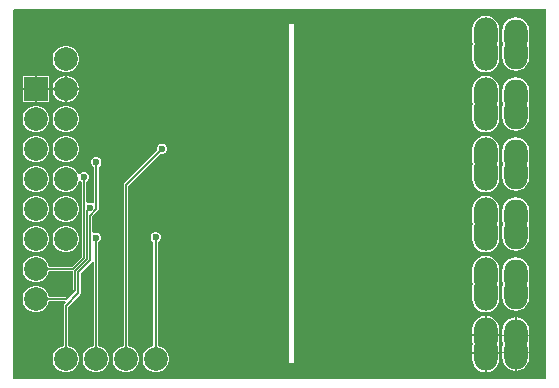
<source format=gbl>
G04*
G04 #@! TF.GenerationSoftware,Altium Limited,Altium Designer,22.5.1 (42)*
G04*
G04 Layer_Physical_Order=2*
G04 Layer_Color=16711680*
%FSLAX44Y44*%
%MOMM*%
G71*
G04*
G04 #@! TF.SameCoordinates,51E17F9E-36CB-467A-9023-B1406ADC4060*
G04*
G04*
G04 #@! TF.FilePolarity,Positive*
G04*
G01*
G75*
%ADD40C,0.1270*%
%ADD41C,2.0000*%
%ADD42O,2.0000X3.0000*%
%ADD43O,2.0000X2.8000*%
%ADD44R,2.0000X2.0000*%
%ADD45C,1.0000*%
%ADD46C,0.6000*%
G36*
X431800Y-118300D02*
X-19050D01*
Y193602D01*
X-18152Y194500D01*
X189700Y194443D01*
X190950D01*
Y194500D01*
X431800D01*
Y-118300D01*
D02*
G37*
%LPC*%
G36*
X406400Y187667D02*
X403458Y187280D01*
X400716Y186144D01*
X398362Y184338D01*
X396556Y181984D01*
X395420Y179242D01*
X395033Y176300D01*
Y168300D01*
X395420Y165358D01*
X395527Y165100D01*
X395420Y164842D01*
X395033Y161900D01*
Y153900D01*
X395420Y150958D01*
X396556Y148216D01*
X398362Y145862D01*
X400716Y144056D01*
X403458Y142920D01*
X406400Y142533D01*
X409342Y142920D01*
X412084Y144056D01*
X414438Y145862D01*
X416244Y148216D01*
X417380Y150958D01*
X417767Y153900D01*
Y161900D01*
X417380Y164842D01*
X417273Y165100D01*
X417380Y165358D01*
X417767Y168300D01*
Y176300D01*
X417380Y179242D01*
X416244Y181984D01*
X414438Y184338D01*
X412084Y186144D01*
X409342Y187280D01*
X406400Y187667D01*
D02*
G37*
G36*
X381000Y189067D02*
X378058Y188680D01*
X375316Y187544D01*
X372962Y185738D01*
X371156Y183384D01*
X370020Y180642D01*
X369633Y177700D01*
Y167700D01*
X369975Y165100D01*
X369633Y162500D01*
Y152500D01*
X370020Y149558D01*
X371156Y146816D01*
X372962Y144462D01*
X375316Y142656D01*
X378058Y141520D01*
X381000Y141133D01*
X383942Y141520D01*
X386684Y142656D01*
X389038Y144462D01*
X390844Y146816D01*
X391980Y149558D01*
X392367Y152500D01*
Y162500D01*
X392025Y165100D01*
X392367Y167700D01*
Y177700D01*
X391980Y180642D01*
X390844Y183384D01*
X389038Y185738D01*
X386684Y187544D01*
X383942Y188680D01*
X381000Y189067D01*
D02*
G37*
G36*
X26884Y163670D02*
X23916D01*
X21050Y162902D01*
X18480Y161418D01*
X16382Y159320D01*
X14898Y156750D01*
X14130Y153884D01*
Y150916D01*
X14898Y148050D01*
X16382Y145480D01*
X18480Y143382D01*
X21050Y141898D01*
X23916Y141130D01*
X26884D01*
X29750Y141898D01*
X32320Y143382D01*
X34418Y145480D01*
X35902Y148050D01*
X36670Y150916D01*
Y153884D01*
X35902Y156750D01*
X34418Y159320D01*
X32320Y161418D01*
X29750Y162902D01*
X26884Y163670D01*
D02*
G37*
G36*
Y138270D02*
X26035D01*
Y127635D01*
X36670D01*
Y128484D01*
X35902Y131350D01*
X34418Y133920D01*
X32320Y136018D01*
X29750Y137502D01*
X26884Y138270D01*
D02*
G37*
G36*
X11270D02*
X635D01*
Y127635D01*
X11270D01*
Y138270D01*
D02*
G37*
G36*
X-635D02*
X-11270D01*
Y127635D01*
X-635D01*
Y138270D01*
D02*
G37*
G36*
X24765D02*
X23916D01*
X21050Y137502D01*
X18480Y136018D01*
X16382Y133920D01*
X14898Y131350D01*
X14130Y128484D01*
Y127635D01*
X24765D01*
Y138270D01*
D02*
G37*
G36*
X36670Y126365D02*
X26035D01*
Y115730D01*
X26884D01*
X29750Y116498D01*
X32320Y117982D01*
X34418Y120080D01*
X35902Y122650D01*
X36670Y125516D01*
Y126365D01*
D02*
G37*
G36*
X24765D02*
X14130D01*
Y125516D01*
X14898Y122650D01*
X16382Y120080D01*
X18480Y117982D01*
X21050Y116498D01*
X23916Y115730D01*
X24765D01*
Y126365D01*
D02*
G37*
G36*
X11270D02*
X635D01*
Y115730D01*
X11270D01*
Y126365D01*
D02*
G37*
G36*
X-635D02*
X-11270D01*
Y115730D01*
X-635D01*
Y126365D01*
D02*
G37*
G36*
X406400Y136867D02*
X403458Y136480D01*
X400716Y135344D01*
X398362Y133538D01*
X396556Y131184D01*
X395420Y128442D01*
X395033Y125500D01*
Y117500D01*
X395420Y114558D01*
X395527Y114300D01*
X395420Y114042D01*
X395033Y111100D01*
Y103100D01*
X395420Y100158D01*
X396556Y97416D01*
X398362Y95062D01*
X400716Y93256D01*
X403458Y92120D01*
X406400Y91733D01*
X409342Y92120D01*
X412084Y93256D01*
X414438Y95062D01*
X416244Y97416D01*
X417380Y100158D01*
X417767Y103100D01*
Y111100D01*
X417380Y114042D01*
X417273Y114300D01*
X417380Y114558D01*
X417767Y117500D01*
Y125500D01*
X417380Y128442D01*
X416244Y131184D01*
X414438Y133538D01*
X412084Y135344D01*
X409342Y136480D01*
X406400Y136867D01*
D02*
G37*
G36*
X381000Y138267D02*
X378058Y137880D01*
X375316Y136744D01*
X372962Y134938D01*
X371156Y132584D01*
X370020Y129842D01*
X369633Y126900D01*
Y116900D01*
X369975Y114300D01*
X369633Y111700D01*
Y101700D01*
X370020Y98758D01*
X371156Y96016D01*
X372962Y93662D01*
X375316Y91856D01*
X378058Y90720D01*
X381000Y90333D01*
X383942Y90720D01*
X386684Y91856D01*
X389038Y93662D01*
X390844Y96016D01*
X391980Y98758D01*
X392367Y101700D01*
Y111700D01*
X392025Y114300D01*
X392367Y116900D01*
Y126900D01*
X391980Y129842D01*
X390844Y132584D01*
X389038Y134938D01*
X386684Y136744D01*
X383942Y137880D01*
X381000Y138267D01*
D02*
G37*
G36*
X26884Y112870D02*
X23916D01*
X21050Y112102D01*
X18480Y110618D01*
X16382Y108520D01*
X14898Y105950D01*
X14130Y103084D01*
Y100116D01*
X14898Y97250D01*
X16382Y94680D01*
X18480Y92582D01*
X21050Y91098D01*
X23916Y90330D01*
X26884D01*
X29750Y91098D01*
X32320Y92582D01*
X34418Y94680D01*
X35902Y97250D01*
X36670Y100116D01*
Y103084D01*
X35902Y105950D01*
X34418Y108520D01*
X32320Y110618D01*
X29750Y112102D01*
X26884Y112870D01*
D02*
G37*
G36*
X1484D02*
X-1484D01*
X-4350Y112102D01*
X-6920Y110618D01*
X-9018Y108520D01*
X-10502Y105950D01*
X-11270Y103084D01*
Y100116D01*
X-10502Y97250D01*
X-9018Y94680D01*
X-6920Y92582D01*
X-4350Y91098D01*
X-1484Y90330D01*
X1484D01*
X4350Y91098D01*
X6920Y92582D01*
X9018Y94680D01*
X10502Y97250D01*
X11270Y100116D01*
Y103084D01*
X10502Y105950D01*
X9018Y108520D01*
X6920Y110618D01*
X4350Y112102D01*
X1484Y112870D01*
D02*
G37*
G36*
X107549Y80720D02*
X105851D01*
X104281Y80070D01*
X103080Y78869D01*
X102430Y77299D01*
Y75601D01*
X102627Y75124D01*
X74827Y47323D01*
X74406Y46693D01*
X74258Y45950D01*
Y-90453D01*
X71850Y-91098D01*
X69280Y-92582D01*
X67182Y-94680D01*
X65698Y-97250D01*
X64930Y-100116D01*
Y-103084D01*
X65698Y-105950D01*
X67182Y-108520D01*
X69280Y-110618D01*
X71850Y-112102D01*
X74716Y-112870D01*
X77684D01*
X80550Y-112102D01*
X83120Y-110618D01*
X85218Y-108520D01*
X86702Y-105950D01*
X87470Y-103084D01*
Y-100116D01*
X86702Y-97250D01*
X85218Y-94680D01*
X83120Y-92582D01*
X80550Y-91098D01*
X78142Y-90453D01*
Y45146D01*
X105374Y72377D01*
X105851Y72180D01*
X107549D01*
X109119Y72830D01*
X110320Y74031D01*
X110970Y75601D01*
Y77299D01*
X110320Y78869D01*
X109119Y80070D01*
X107549Y80720D01*
D02*
G37*
G36*
X26884Y87470D02*
X23916D01*
X21050Y86702D01*
X18480Y85218D01*
X16382Y83120D01*
X14898Y80550D01*
X14130Y77684D01*
Y74716D01*
X14898Y71850D01*
X16382Y69280D01*
X18480Y67182D01*
X21050Y65698D01*
X23916Y64930D01*
X26884D01*
X29750Y65698D01*
X32320Y67182D01*
X34418Y69280D01*
X35902Y71850D01*
X36670Y74716D01*
Y77684D01*
X35902Y80550D01*
X34418Y83120D01*
X32320Y85218D01*
X29750Y86702D01*
X26884Y87470D01*
D02*
G37*
G36*
X1484D02*
X-1484D01*
X-4350Y86702D01*
X-6920Y85218D01*
X-9018Y83120D01*
X-10502Y80550D01*
X-11270Y77684D01*
Y74716D01*
X-10502Y71850D01*
X-9018Y69280D01*
X-6920Y67182D01*
X-4350Y65698D01*
X-1484Y64930D01*
X1484D01*
X4350Y65698D01*
X6920Y67182D01*
X9018Y69280D01*
X10502Y71850D01*
X11270Y74716D01*
Y77684D01*
X10502Y80550D01*
X9018Y83120D01*
X6920Y85218D01*
X4350Y86702D01*
X1484Y87470D01*
D02*
G37*
G36*
X406400Y86067D02*
X403458Y85680D01*
X400716Y84544D01*
X398362Y82738D01*
X396556Y80384D01*
X395420Y77642D01*
X395033Y74700D01*
Y66700D01*
X395420Y63758D01*
X395527Y63500D01*
X395420Y63242D01*
X395033Y60300D01*
Y52300D01*
X395420Y49358D01*
X396556Y46616D01*
X398362Y44262D01*
X400716Y42456D01*
X403458Y41320D01*
X406400Y40933D01*
X409342Y41320D01*
X412084Y42456D01*
X414438Y44262D01*
X416244Y46616D01*
X417380Y49358D01*
X417767Y52300D01*
Y60300D01*
X417380Y63242D01*
X417273Y63500D01*
X417380Y63758D01*
X417767Y66700D01*
Y74700D01*
X417380Y77642D01*
X416244Y80384D01*
X414438Y82738D01*
X412084Y84544D01*
X409342Y85680D01*
X406400Y86067D01*
D02*
G37*
G36*
X381000Y87467D02*
X378058Y87080D01*
X375316Y85944D01*
X372962Y84138D01*
X371156Y81784D01*
X370020Y79042D01*
X369633Y76100D01*
Y66100D01*
X369975Y63500D01*
X369633Y60900D01*
Y50900D01*
X370020Y47958D01*
X371156Y45216D01*
X372962Y42862D01*
X375316Y41056D01*
X378058Y39920D01*
X381000Y39533D01*
X383942Y39920D01*
X386684Y41056D01*
X389038Y42862D01*
X390844Y45216D01*
X391980Y47958D01*
X392367Y50900D01*
Y60900D01*
X392025Y63500D01*
X392367Y66100D01*
Y76100D01*
X391980Y79042D01*
X390844Y81784D01*
X389038Y84138D01*
X386684Y85944D01*
X383942Y87080D01*
X381000Y87467D01*
D02*
G37*
G36*
X1484Y62070D02*
X-1484D01*
X-4350Y61302D01*
X-6920Y59818D01*
X-9018Y57720D01*
X-10502Y55150D01*
X-11270Y52284D01*
Y49316D01*
X-10502Y46450D01*
X-9018Y43880D01*
X-6920Y41782D01*
X-4350Y40298D01*
X-1484Y39530D01*
X1484D01*
X4350Y40298D01*
X6920Y41782D01*
X9018Y43880D01*
X10502Y46450D01*
X11270Y49316D01*
Y52284D01*
X10502Y55150D01*
X9018Y57720D01*
X6920Y59818D01*
X4350Y61302D01*
X1484Y62070D01*
D02*
G37*
G36*
X52049Y69220D02*
X50351D01*
X48781Y68570D01*
X47580Y67369D01*
X46930Y65799D01*
Y64101D01*
X47580Y62531D01*
X48781Y61330D01*
X49258Y61133D01*
Y30845D01*
X47988Y30347D01*
X46604Y30920D01*
X44906D01*
X44062Y30571D01*
X42792Y31385D01*
Y48483D01*
X43269Y48680D01*
X44470Y49881D01*
X45120Y51451D01*
Y53149D01*
X44470Y54719D01*
X43269Y55920D01*
X41699Y56570D01*
X40001D01*
X38431Y55920D01*
X37311Y54799D01*
X36790Y54801D01*
X35954Y54956D01*
X35902Y55150D01*
X34418Y57720D01*
X32320Y59818D01*
X29750Y61302D01*
X26884Y62070D01*
X23916D01*
X21050Y61302D01*
X18480Y59818D01*
X16382Y57720D01*
X14898Y55150D01*
X14130Y52284D01*
Y49316D01*
X14898Y46450D01*
X16382Y43880D01*
X18480Y41782D01*
X21050Y40298D01*
X23916Y39530D01*
X26884D01*
X29750Y40298D01*
X32320Y41782D01*
X34418Y43880D01*
X35902Y46450D01*
X36528Y48787D01*
X37787Y49223D01*
X37898Y49214D01*
X38431Y48680D01*
X38908Y48483D01*
Y-15095D01*
X30545Y-23458D01*
X11147D01*
X10502Y-21050D01*
X9018Y-18480D01*
X6920Y-16382D01*
X4350Y-14898D01*
X1484Y-14130D01*
X-1484D01*
X-4350Y-14898D01*
X-6920Y-16382D01*
X-9018Y-18480D01*
X-10502Y-21050D01*
X-11270Y-23916D01*
Y-26884D01*
X-10502Y-29750D01*
X-9018Y-32320D01*
X-6920Y-34418D01*
X-4350Y-35902D01*
X-1484Y-36670D01*
X1484D01*
X4350Y-35902D01*
X6920Y-34418D01*
X9018Y-32320D01*
X10502Y-29750D01*
X11147Y-27342D01*
X31258D01*
Y-42745D01*
X25145Y-48858D01*
X11147D01*
X10502Y-46450D01*
X9018Y-43880D01*
X6920Y-41782D01*
X4350Y-40298D01*
X1484Y-39530D01*
X-1484D01*
X-4350Y-40298D01*
X-6920Y-41782D01*
X-9018Y-43880D01*
X-10502Y-46450D01*
X-11270Y-49316D01*
Y-52284D01*
X-10502Y-55150D01*
X-9018Y-57720D01*
X-6920Y-59818D01*
X-4350Y-61302D01*
X-1484Y-62070D01*
X1484D01*
X4350Y-61302D01*
X6920Y-59818D01*
X9018Y-57720D01*
X10502Y-55150D01*
X11147Y-52742D01*
X24715D01*
X25241Y-54012D01*
X24027Y-55227D01*
X23605Y-55857D01*
X23458Y-56600D01*
Y-90453D01*
X21050Y-91098D01*
X18480Y-92582D01*
X16382Y-94680D01*
X14898Y-97250D01*
X14130Y-100116D01*
Y-103084D01*
X14898Y-105950D01*
X16382Y-108520D01*
X18480Y-110618D01*
X21050Y-112102D01*
X23916Y-112870D01*
X26884D01*
X29750Y-112102D01*
X32320Y-110618D01*
X34418Y-108520D01*
X35902Y-105950D01*
X36670Y-103084D01*
Y-100116D01*
X35902Y-97250D01*
X34418Y-94680D01*
X32320Y-92582D01*
X29750Y-91098D01*
X27342Y-90453D01*
Y-57404D01*
X37323Y-47423D01*
X37745Y-46793D01*
X37892Y-46050D01*
X37892Y-46050D01*
Y-28789D01*
X47304Y-19378D01*
X47663Y-18840D01*
X47755Y-18829D01*
X48933Y-19601D01*
Y-90433D01*
X46450Y-91098D01*
X43880Y-92582D01*
X41782Y-94680D01*
X40298Y-97250D01*
X39530Y-100116D01*
Y-103084D01*
X40298Y-105950D01*
X41782Y-108520D01*
X43880Y-110618D01*
X46450Y-112102D01*
X49316Y-112870D01*
X52284D01*
X55150Y-112102D01*
X57720Y-110618D01*
X59818Y-108520D01*
X61302Y-105950D01*
X62070Y-103084D01*
Y-100116D01*
X61302Y-97250D01*
X59818Y-94680D01*
X57720Y-92582D01*
X55150Y-91098D01*
X52817Y-90473D01*
Y-2648D01*
X53369Y-2420D01*
X54570Y-1219D01*
X55220Y351D01*
Y2049D01*
X54570Y3619D01*
X53369Y4820D01*
X51799Y5470D01*
X50101D01*
X49142Y5073D01*
X47872Y5820D01*
Y19084D01*
X52573Y23785D01*
X52573Y23785D01*
X52994Y24415D01*
X53142Y25158D01*
X53142Y25159D01*
Y61133D01*
X53619Y61330D01*
X54820Y62531D01*
X55470Y64101D01*
Y65799D01*
X54820Y67369D01*
X53619Y68570D01*
X52049Y69220D01*
D02*
G37*
G36*
X26884Y36670D02*
X23916D01*
X21050Y35902D01*
X18480Y34418D01*
X16382Y32320D01*
X14898Y29750D01*
X14130Y26884D01*
Y23916D01*
X14898Y21050D01*
X16382Y18480D01*
X18480Y16382D01*
X21050Y14898D01*
X23916Y14130D01*
X26884D01*
X29750Y14898D01*
X32320Y16382D01*
X34418Y18480D01*
X35902Y21050D01*
X36670Y23916D01*
Y26884D01*
X35902Y29750D01*
X34418Y32320D01*
X32320Y34418D01*
X29750Y35902D01*
X26884Y36670D01*
D02*
G37*
G36*
X1484D02*
X-1484D01*
X-4350Y35902D01*
X-6920Y34418D01*
X-9018Y32320D01*
X-10502Y29750D01*
X-11270Y26884D01*
Y23916D01*
X-10502Y21050D01*
X-9018Y18480D01*
X-6920Y16382D01*
X-4350Y14898D01*
X-1484Y14130D01*
X1484D01*
X4350Y14898D01*
X6920Y16382D01*
X9018Y18480D01*
X10502Y21050D01*
X11270Y23916D01*
Y26884D01*
X10502Y29750D01*
X9018Y32320D01*
X6920Y34418D01*
X4350Y35902D01*
X1484Y36670D01*
D02*
G37*
G36*
X406400Y35267D02*
X403458Y34880D01*
X400716Y33744D01*
X398362Y31938D01*
X396556Y29584D01*
X395420Y26842D01*
X395033Y23900D01*
Y15900D01*
X395420Y12958D01*
X395527Y12700D01*
X395420Y12442D01*
X395033Y9500D01*
Y1500D01*
X395420Y-1442D01*
X396556Y-4184D01*
X398362Y-6538D01*
X400716Y-8344D01*
X403458Y-9480D01*
X406400Y-9867D01*
X409342Y-9480D01*
X412084Y-8344D01*
X414438Y-6538D01*
X416244Y-4184D01*
X417380Y-1442D01*
X417767Y1500D01*
Y9500D01*
X417380Y12442D01*
X417273Y12700D01*
X417380Y12958D01*
X417767Y15900D01*
Y23900D01*
X417380Y26842D01*
X416244Y29584D01*
X414438Y31938D01*
X412084Y33744D01*
X409342Y34880D01*
X406400Y35267D01*
D02*
G37*
G36*
X381000Y36667D02*
X378058Y36280D01*
X375316Y35144D01*
X372962Y33338D01*
X371156Y30984D01*
X370020Y28242D01*
X369633Y25300D01*
Y15300D01*
X369975Y12700D01*
X369633Y10100D01*
Y100D01*
X370020Y-2842D01*
X371156Y-5584D01*
X372962Y-7938D01*
X375316Y-9744D01*
X378058Y-10880D01*
X381000Y-11267D01*
X383942Y-10880D01*
X386684Y-9744D01*
X389038Y-7938D01*
X390844Y-5584D01*
X391980Y-2842D01*
X392367Y100D01*
Y10100D01*
X392025Y12700D01*
X392367Y15300D01*
Y25300D01*
X391980Y28242D01*
X390844Y30984D01*
X389038Y33338D01*
X386684Y35144D01*
X383942Y36280D01*
X381000Y36667D01*
D02*
G37*
G36*
X26884Y11270D02*
X23916D01*
X21050Y10502D01*
X18480Y9018D01*
X16382Y6920D01*
X14898Y4350D01*
X14130Y1484D01*
Y-1484D01*
X14898Y-4350D01*
X16382Y-6920D01*
X18480Y-9018D01*
X21050Y-10502D01*
X23916Y-11270D01*
X26884D01*
X29750Y-10502D01*
X32320Y-9018D01*
X34418Y-6920D01*
X35902Y-4350D01*
X36670Y-1484D01*
Y1484D01*
X35902Y4350D01*
X34418Y6920D01*
X32320Y9018D01*
X29750Y10502D01*
X26884Y11270D01*
D02*
G37*
G36*
X1484D02*
X-1484D01*
X-4350Y10502D01*
X-6920Y9018D01*
X-9018Y6920D01*
X-10502Y4350D01*
X-11270Y1484D01*
Y-1484D01*
X-10502Y-4350D01*
X-9018Y-6920D01*
X-6920Y-9018D01*
X-4350Y-10502D01*
X-1484Y-11270D01*
X1484D01*
X4350Y-10502D01*
X6920Y-9018D01*
X9018Y-6920D01*
X10502Y-4350D01*
X11270Y-1484D01*
Y1484D01*
X10502Y4350D01*
X9018Y6920D01*
X6920Y9018D01*
X4350Y10502D01*
X1484Y11270D01*
D02*
G37*
G36*
X406400Y-15533D02*
X403458Y-15920D01*
X400716Y-17056D01*
X398362Y-18862D01*
X396556Y-21216D01*
X395420Y-23958D01*
X395033Y-26900D01*
Y-34900D01*
X395420Y-37842D01*
X395527Y-38100D01*
X395420Y-38358D01*
X395033Y-41300D01*
Y-49300D01*
X395420Y-52242D01*
X396556Y-54984D01*
X398362Y-57338D01*
X400716Y-59144D01*
X403458Y-60280D01*
X406400Y-60667D01*
X409342Y-60280D01*
X412084Y-59144D01*
X414438Y-57338D01*
X416244Y-54984D01*
X417380Y-52242D01*
X417767Y-49300D01*
Y-41300D01*
X417380Y-38358D01*
X417273Y-38100D01*
X417380Y-37842D01*
X417767Y-34900D01*
Y-26900D01*
X417380Y-23958D01*
X416244Y-21216D01*
X414438Y-18862D01*
X412084Y-17056D01*
X409342Y-15920D01*
X406400Y-15533D01*
D02*
G37*
G36*
X381000Y-14133D02*
X378058Y-14520D01*
X375316Y-15656D01*
X372962Y-17462D01*
X371156Y-19816D01*
X370020Y-22558D01*
X369633Y-25500D01*
Y-35500D01*
X369975Y-38100D01*
X369633Y-40700D01*
Y-50700D01*
X370020Y-53642D01*
X371156Y-56384D01*
X372962Y-58738D01*
X375316Y-60544D01*
X378058Y-61680D01*
X381000Y-62067D01*
X383942Y-61680D01*
X386684Y-60544D01*
X389038Y-58738D01*
X390844Y-56384D01*
X391980Y-53642D01*
X392367Y-50700D01*
Y-40700D01*
X392025Y-38100D01*
X392367Y-35500D01*
Y-25500D01*
X391980Y-22558D01*
X390844Y-19816D01*
X389038Y-17462D01*
X386684Y-15656D01*
X383942Y-14520D01*
X381000Y-14133D01*
D02*
G37*
G36*
X381635Y-65016D02*
Y-80665D01*
X392367D01*
Y-76300D01*
X391980Y-73358D01*
X390844Y-70616D01*
X389038Y-68262D01*
X386684Y-66456D01*
X383942Y-65320D01*
X381635Y-65016D01*
D02*
G37*
G36*
X380365D02*
X378058Y-65320D01*
X375316Y-66456D01*
X372962Y-68262D01*
X371156Y-70616D01*
X370020Y-73358D01*
X369633Y-76300D01*
Y-80665D01*
X380365D01*
Y-65016D01*
D02*
G37*
G36*
X407035Y-66416D02*
Y-81065D01*
X417767D01*
Y-77700D01*
X417380Y-74758D01*
X416244Y-72016D01*
X414438Y-69662D01*
X412084Y-67856D01*
X409342Y-66720D01*
X407035Y-66416D01*
D02*
G37*
G36*
X405765D02*
X403458Y-66720D01*
X400716Y-67856D01*
X398362Y-69662D01*
X396556Y-72016D01*
X395420Y-74758D01*
X395033Y-77700D01*
Y-81065D01*
X405765D01*
Y-66416D01*
D02*
G37*
G36*
X417767Y-82335D02*
X395033D01*
Y-85700D01*
X395420Y-88642D01*
X395527Y-88900D01*
X395420Y-89158D01*
X395033Y-92100D01*
Y-95465D01*
X417767D01*
Y-92100D01*
X417380Y-89158D01*
X417273Y-88900D01*
X417380Y-88642D01*
X417767Y-85700D01*
Y-82335D01*
D02*
G37*
G36*
X392367Y-81935D02*
X381000D01*
X369633D01*
Y-86300D01*
X369975Y-88900D01*
X369633Y-91500D01*
Y-95865D01*
X381000D01*
X392367D01*
Y-91500D01*
X392025Y-88900D01*
X392367Y-86300D01*
Y-81935D01*
D02*
G37*
G36*
X218450Y182450D02*
X214216D01*
Y-105300D01*
X218450D01*
Y182450D01*
D02*
G37*
G36*
X417767Y-96735D02*
X407035D01*
Y-111384D01*
X409342Y-111080D01*
X412084Y-109944D01*
X414438Y-108138D01*
X416244Y-105784D01*
X417380Y-103042D01*
X417767Y-100100D01*
Y-96735D01*
D02*
G37*
G36*
X405765D02*
X395033D01*
Y-100100D01*
X395420Y-103042D01*
X396556Y-105784D01*
X398362Y-108138D01*
X400716Y-109944D01*
X403458Y-111080D01*
X405765Y-111384D01*
Y-96735D01*
D02*
G37*
G36*
X392367Y-97135D02*
X381635D01*
Y-112784D01*
X383942Y-112480D01*
X386684Y-111344D01*
X389038Y-109538D01*
X390844Y-107184D01*
X391980Y-104442D01*
X392367Y-101500D01*
Y-97135D01*
D02*
G37*
G36*
X380365D02*
X369633D01*
Y-101500D01*
X370020Y-104442D01*
X371156Y-107184D01*
X372962Y-109538D01*
X375316Y-111344D01*
X378058Y-112480D01*
X380365Y-112784D01*
Y-97135D01*
D02*
G37*
G36*
X102299Y5720D02*
X100601D01*
X99031Y5070D01*
X97830Y3869D01*
X97180Y2299D01*
Y601D01*
X97830Y-969D01*
X99031Y-2170D01*
X99583Y-2398D01*
Y-90473D01*
X97250Y-91098D01*
X94680Y-92582D01*
X92582Y-94680D01*
X91098Y-97250D01*
X90330Y-100116D01*
Y-103084D01*
X91098Y-105950D01*
X92582Y-108520D01*
X94680Y-110618D01*
X97250Y-112102D01*
X100116Y-112870D01*
X103084D01*
X105950Y-112102D01*
X108520Y-110618D01*
X110618Y-108520D01*
X112102Y-105950D01*
X112870Y-103084D01*
Y-100116D01*
X112102Y-97250D01*
X110618Y-94680D01*
X108520Y-92582D01*
X105950Y-91098D01*
X103467Y-90433D01*
Y-2336D01*
X103869Y-2170D01*
X105070Y-969D01*
X105720Y601D01*
Y2299D01*
X105070Y3869D01*
X103869Y5070D01*
X102299Y5720D01*
D02*
G37*
%LPD*%
D40*
X76200Y-101600D02*
Y45950D01*
X76200Y-101600D02*
X76200Y-101600D01*
Y45950D02*
X106700Y76450D01*
X51200Y25158D02*
Y64950D01*
X45930Y19888D02*
X51200Y25158D01*
X45930Y-18004D02*
Y19888D01*
X35950Y-27984D02*
X45930Y-18004D01*
X35950Y-46050D02*
Y-27984D01*
X25400Y-56600D02*
X35950Y-46050D01*
X25400Y-101600D02*
Y-56600D01*
X50875Y-101525D02*
Y1125D01*
X50800Y-101600D02*
X50875Y-101525D01*
Y1125D02*
X50950Y1200D01*
X101525Y-101525D02*
X101600Y-101600D01*
X101525Y-101525D02*
Y1375D01*
X101450Y1450D02*
X101525Y1375D01*
X31350Y-25400D02*
X40850Y-15900D01*
Y52300D01*
X0Y-25400D02*
X31350D01*
X0Y-50800D02*
X25950D01*
X43390Y-16952D02*
Y23541D01*
X45755Y25906D02*
Y26650D01*
X25950Y-50800D02*
X33200Y-43550D01*
X43390Y23541D02*
X45755Y25906D01*
X33200Y-27142D02*
X43390Y-16952D01*
X33200Y-43550D02*
Y-27142D01*
D41*
X25400Y152400D02*
D03*
Y127000D02*
D03*
Y101600D02*
D03*
Y76200D02*
D03*
Y50800D02*
D03*
Y25400D02*
D03*
Y0D02*
D03*
Y-101600D02*
D03*
X50800D02*
D03*
X76200D02*
D03*
X101600D02*
D03*
X0Y101600D02*
D03*
Y-50800D02*
D03*
Y25400D02*
D03*
Y50800D02*
D03*
Y76200D02*
D03*
Y-25400D02*
D03*
Y0D02*
D03*
D42*
X381000Y172700D02*
D03*
Y157500D02*
D03*
Y121900D02*
D03*
Y106700D02*
D03*
Y71100D02*
D03*
Y55900D02*
D03*
Y20300D02*
D03*
Y5100D02*
D03*
Y-30500D02*
D03*
Y-45700D02*
D03*
Y-81300D02*
D03*
Y-96500D02*
D03*
D43*
X406400Y157900D02*
D03*
Y172300D02*
D03*
Y5500D02*
D03*
Y-45300D02*
D03*
Y-30900D02*
D03*
Y121500D02*
D03*
Y107100D02*
D03*
Y56300D02*
D03*
Y70700D02*
D03*
Y19900D02*
D03*
Y-96100D02*
D03*
Y-81700D02*
D03*
D44*
X0Y127000D02*
D03*
D45*
X313150Y-17860D02*
D03*
X310610Y78660D02*
D03*
X346700Y185450D02*
D03*
X234930Y152970D02*
D03*
D46*
X105700Y125700D02*
D03*
X106450Y39200D02*
D03*
X192680Y65720D02*
D03*
X192680Y22220D02*
D03*
X192680Y79720D02*
D03*
X192700Y7700D02*
D03*
X170636Y152020D02*
D03*
X40850Y52300D02*
D03*
X45755Y26650D02*
D03*
X51200Y64950D02*
D03*
X50950Y1200D02*
D03*
X106700Y76450D02*
D03*
X101450Y1450D02*
D03*
M02*

</source>
